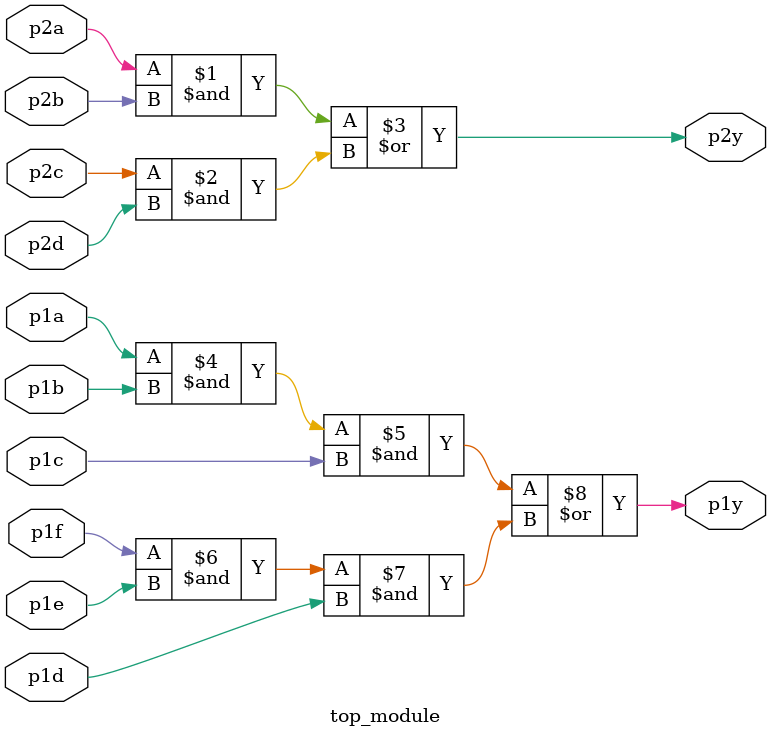
<source format=v>

module top_module ( 
    input p1a, p1b, p1c, p1d, p1e, p1f,
    output p1y,
    input p2a, p2b, p2c, p2d,
    output p2y );

    assign p2y = (p2a & p2b) | (p2c & p2d);
    assign p1y = (p1a & p1b & p1c) | (p1f & p1e & p1d);

endmodule

</source>
